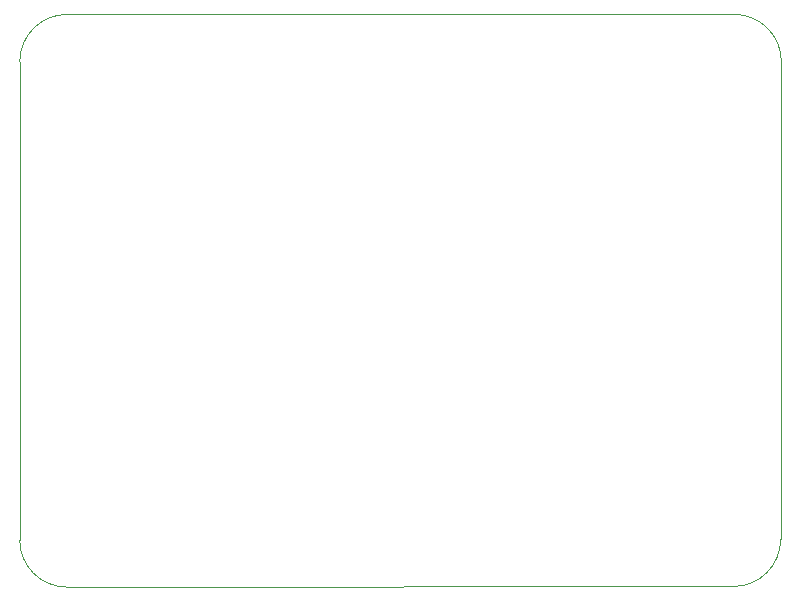
<source format=gbr>
%TF.GenerationSoftware,KiCad,Pcbnew,(7.0.0)*%
%TF.CreationDate,2023-10-25T22:20:09+02:00*%
%TF.ProjectId,ProjetA,50726f6a-6574-4412-9e6b-696361645f70,rev?*%
%TF.SameCoordinates,Original*%
%TF.FileFunction,Profile,NP*%
%FSLAX46Y46*%
G04 Gerber Fmt 4.6, Leading zero omitted, Abs format (unit mm)*
G04 Created by KiCad (PCBNEW (7.0.0)) date 2023-10-25 22:20:09*
%MOMM*%
%LPD*%
G01*
G04 APERTURE LIST*
%TA.AperFunction,Profile*%
%ADD10C,0.100000*%
%TD*%
G04 APERTURE END LIST*
D10*
X82509386Y-92000000D02*
G75*
G03*
X86500000Y-95990614I3990614J0D01*
G01*
X147000000Y-51500000D02*
X146940613Y-91950000D01*
X147000000Y-51500000D02*
G75*
G03*
X143000000Y-47500000I-4000000J0D01*
G01*
X86509386Y-47509372D02*
G75*
G03*
X82518772Y-51500000I14J-3990628D01*
G01*
X82509386Y-92000000D02*
X82518772Y-51500000D01*
X142950000Y-95940613D02*
X86500000Y-95990614D01*
X86509386Y-47509386D02*
X143000000Y-47500000D01*
X142950000Y-95940613D02*
G75*
G03*
X146940613Y-91950000I0J3990613D01*
G01*
M02*

</source>
